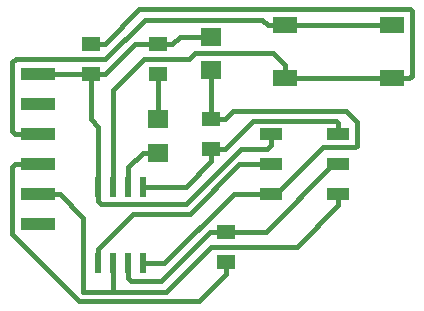
<source format=gbr>
G04 #@! TF.GenerationSoftware,KiCad,Pcbnew,(5.1.5-0-10_14)*
G04 #@! TF.CreationDate,2020-03-09T13:29:08+09:00*
G04 #@! TF.ProjectId,KiCad_Demo,4b694361-645f-4446-956d-6f2e6b696361,rev?*
G04 #@! TF.SameCoordinates,Original*
G04 #@! TF.FileFunction,Copper,L1,Top*
G04 #@! TF.FilePolarity,Positive*
%FSLAX46Y46*%
G04 Gerber Fmt 4.6, Leading zero omitted, Abs format (unit mm)*
G04 Created by KiCad (PCBNEW (5.1.5-0-10_14)) date 2020-03-09 13:29:08*
%MOMM*%
%LPD*%
G04 APERTURE LIST*
%ADD10R,0.609600X1.701800*%
%ADD11R,2.999740X0.998220*%
%ADD12R,1.798320X1.597660*%
%ADD13R,2.100000X1.400000*%
%ADD14R,1.524000X1.270000*%
%ADD15R,1.800860X1.597660*%
%ADD16R,1.899920X1.018540*%
%ADD17C,0.400000*%
G04 APERTURE END LIST*
D10*
X167005000Y-107315000D03*
X165735000Y-107315000D03*
X164465000Y-107315000D03*
X163195000Y-107315000D03*
X163195000Y-113817400D03*
X164465000Y-113817400D03*
X165735000Y-113817400D03*
X167005000Y-113817400D03*
D11*
X158033720Y-97790000D03*
X158033720Y-100330000D03*
X158033720Y-102870000D03*
X158033720Y-105410000D03*
X158033720Y-107950000D03*
X158033720Y-110490000D03*
D12*
X172720000Y-94615000D03*
X172720000Y-97414080D03*
D13*
X188065000Y-93635000D03*
X188065000Y-98135000D03*
X178965000Y-98135000D03*
X178965000Y-93635000D03*
D14*
X168275000Y-97790000D03*
X168275000Y-95250000D03*
D15*
X168275000Y-104439720D03*
X168275000Y-101600000D03*
D16*
X183499760Y-107950000D03*
X177800000Y-107950000D03*
X183499760Y-105410000D03*
X177800000Y-105410000D03*
X183499760Y-102870000D03*
X177800000Y-102870000D03*
D14*
X172720000Y-101600000D03*
X172720000Y-104140000D03*
X162560000Y-97790000D03*
X162560000Y-95250000D03*
X173990000Y-113665000D03*
X173990000Y-111125000D03*
D17*
X159933590Y-97790000D02*
X162560000Y-97790000D01*
X158033720Y-97790000D02*
X159933590Y-97790000D01*
X163722000Y-97790000D02*
X166262000Y-95250000D01*
X162560000Y-97790000D02*
X163722000Y-97790000D01*
X166262000Y-95250000D02*
X168275000Y-95250000D01*
X169437000Y-95250000D02*
X170072000Y-94615000D01*
X168275000Y-95250000D02*
X169437000Y-95250000D01*
X170072000Y-94615000D02*
X170180000Y-94615000D01*
X170180000Y-94615000D02*
X172720000Y-94615000D01*
X163195000Y-107315000D02*
X163195000Y-102235000D01*
X162560000Y-101600000D02*
X162560000Y-97790000D01*
X163195000Y-102235000D02*
X162560000Y-101600000D01*
X163195000Y-108565900D02*
X163195000Y-107315000D01*
X170587101Y-108785901D02*
X163415001Y-108785901D01*
X175233002Y-104140000D02*
X170587101Y-108785901D01*
X177439270Y-104140000D02*
X175233002Y-104140000D01*
X163415001Y-108785901D02*
X163195000Y-108565900D01*
X177800000Y-103779270D02*
X177439270Y-104140000D01*
X177800000Y-102870000D02*
X177800000Y-103779270D01*
X178965000Y-93635000D02*
X188065000Y-93635000D01*
X172720000Y-101600000D02*
X172720000Y-97414080D01*
X156133850Y-102870000D02*
X158033720Y-102870000D01*
X155913849Y-96794889D02*
X155913849Y-102649999D01*
X156173739Y-96534999D02*
X155913849Y-96794889D01*
X163788003Y-96534999D02*
X156173739Y-96534999D01*
X167126833Y-93196169D02*
X163788003Y-96534999D01*
X177076169Y-93196169D02*
X167126833Y-93196169D01*
X177515000Y-93635000D02*
X177076169Y-93196169D01*
X155913849Y-102649999D02*
X156133850Y-102870000D01*
X178965000Y-93635000D02*
X177515000Y-93635000D01*
X173882000Y-101600000D02*
X172720000Y-101600000D01*
X174561281Y-100920719D02*
X173882000Y-101600000D01*
X184125711Y-100920719D02*
X174561281Y-100920719D01*
X185069721Y-101864729D02*
X184125711Y-100920719D01*
X176450040Y-107950000D02*
X177800000Y-107950000D01*
X174651998Y-107950000D02*
X176450040Y-107950000D01*
X168784598Y-113817400D02*
X174651998Y-107950000D01*
X167005000Y-113817400D02*
X168784598Y-113817400D01*
X185069721Y-103875271D02*
X185069721Y-101864729D01*
X178240690Y-107950000D02*
X182191419Y-103999271D01*
X184945721Y-103999271D02*
X185069721Y-103875271D01*
X182191419Y-103999271D02*
X184945721Y-103999271D01*
X177800000Y-107950000D02*
X178240690Y-107950000D01*
X173882000Y-104140000D02*
X172720000Y-104140000D01*
X176281271Y-101740729D02*
X173882000Y-104140000D01*
X183279759Y-101740729D02*
X176281271Y-101740729D01*
X183499760Y-101960730D02*
X183279759Y-101740729D01*
X183499760Y-102870000D02*
X183499760Y-101960730D01*
X172720000Y-105175000D02*
X172720000Y-104140000D01*
X170580000Y-107315000D02*
X172720000Y-105175000D01*
X167005000Y-107315000D02*
X170580000Y-107315000D01*
X175122670Y-105410000D02*
X170926760Y-109605911D01*
X177800000Y-105410000D02*
X175122670Y-105410000D01*
X170926760Y-109605911D02*
X166155589Y-109605911D01*
X163195000Y-112566500D02*
X163195000Y-113817400D01*
X166155589Y-109605911D02*
X163195000Y-112566500D01*
X168879384Y-116205000D02*
X164465000Y-116205000D01*
X172689384Y-112395000D02*
X168879384Y-116205000D01*
X179964030Y-112395000D02*
X172689384Y-112395000D01*
X164465000Y-116205000D02*
X164465000Y-113817400D01*
X183499760Y-108859270D02*
X179964030Y-112395000D01*
X183499760Y-107950000D02*
X183499760Y-108859270D01*
X159933590Y-107950000D02*
X161925000Y-109941410D01*
X158033720Y-107950000D02*
X159933590Y-107950000D01*
X161925000Y-109941410D02*
X161925000Y-116205000D01*
X161925000Y-116205000D02*
X164465000Y-116205000D01*
X175152000Y-111125000D02*
X173990000Y-111125000D01*
X177344070Y-111125000D02*
X175152000Y-111125000D01*
X183059070Y-105410000D02*
X177344070Y-111125000D01*
X183499760Y-105410000D02*
X183059070Y-105410000D01*
X165735000Y-115068300D02*
X165735000Y-113817400D01*
X165955001Y-115288301D02*
X165735000Y-115068300D01*
X168473365Y-115288301D02*
X165955001Y-115288301D01*
X172636666Y-111125000D02*
X168473365Y-115288301D01*
X173990000Y-111125000D02*
X172636666Y-111125000D01*
X173990000Y-114700000D02*
X173990000Y-113665000D01*
X171664990Y-117025010D02*
X173990000Y-114700000D01*
X155913849Y-105630001D02*
X156133850Y-105410000D01*
X161585341Y-117025010D02*
X155913849Y-111353518D01*
X156133850Y-105410000D02*
X158033720Y-105410000D01*
X155913849Y-111353518D02*
X155913849Y-105630001D01*
X171664990Y-117025010D02*
X161585341Y-117025010D01*
X178965000Y-98135000D02*
X188065000Y-98135000D01*
X189735001Y-97914999D02*
X189515000Y-98135000D01*
X189735001Y-92438999D02*
X189735001Y-97914999D01*
X189611001Y-92314999D02*
X189735001Y-92438999D01*
X163722000Y-95250000D02*
X166657001Y-92314999D01*
X189515000Y-98135000D02*
X188065000Y-98135000D01*
X166657001Y-92314999D02*
X189611001Y-92314999D01*
X162560000Y-95250000D02*
X163722000Y-95250000D01*
X178615000Y-98135000D02*
X178965000Y-98135000D01*
X170836088Y-96520000D02*
X171342257Y-96013831D01*
X167067998Y-96520000D02*
X170836088Y-96520000D01*
X171342257Y-96013831D02*
X177943831Y-96013831D01*
X164465000Y-99122998D02*
X167067998Y-96520000D01*
X178965000Y-97035000D02*
X178965000Y-98135000D01*
X177943831Y-96013831D02*
X178965000Y-97035000D01*
X164465000Y-107315000D02*
X164465000Y-99122998D01*
X165735000Y-106064100D02*
X165735000Y-107315000D01*
X166974570Y-104439720D02*
X165735000Y-105679290D01*
X165735000Y-105679290D02*
X165735000Y-106064100D01*
X168275000Y-104439720D02*
X166974570Y-104439720D01*
X168275000Y-97790000D02*
X168275000Y-101600000D01*
M02*

</source>
